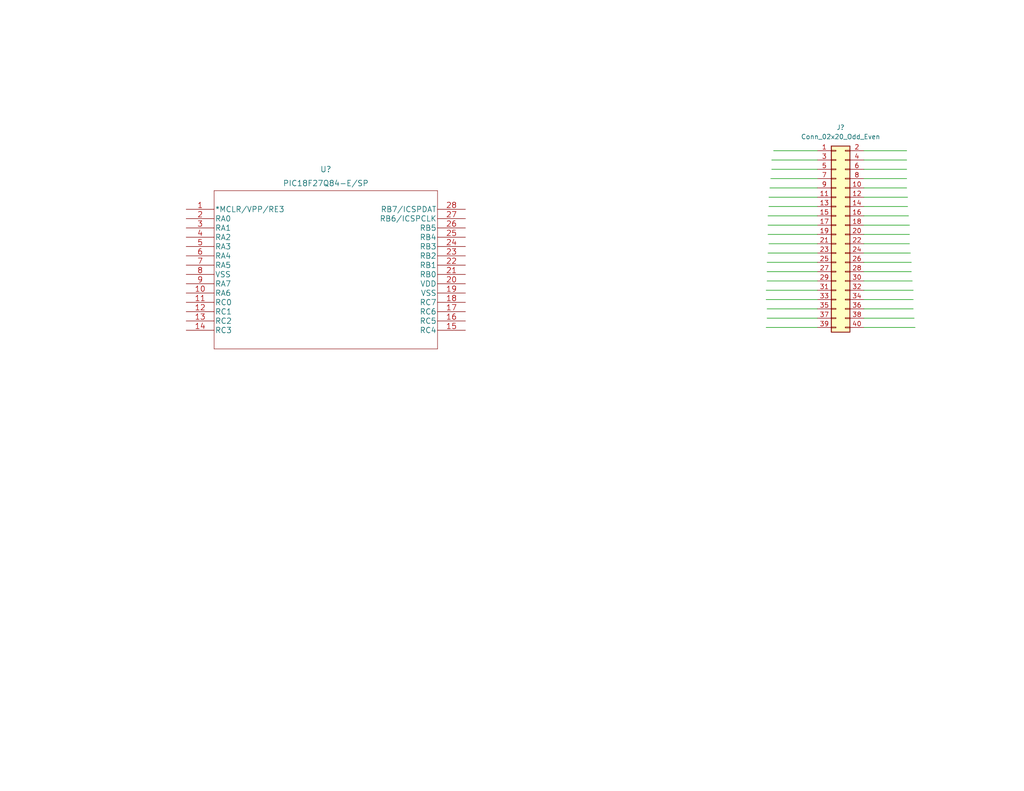
<source format=kicad_sch>
(kicad_sch (version 20211123) (generator eeschema)
  (paper "A")
  (title_block (title "Microcontroller") (date "2022-01-26"))
  (lib_symbols
    (symbol "2022-01-25_01-41-04:PIC18F27Q84-E{slash}SP" (pin_names (offset 0.254))
      (property "Reference" "U" (at 38.1 10.16 0))
      (property "Value" "PIC18F27Q84-E{slash}SP" (at 38.1 7.62 0))
      (symbol "PIC18F27Q84-E{slash}SP_1_1"
        (polyline (pts (xy 7.62 -38.1) (xy 68.58 -38.1)) (stroke (width 0.127)))
        (polyline (pts (xy 7.62 5.08) (xy 7.62 -38.1)) (stroke (width 0.127)))
        (polyline (pts (xy 68.58 -38.1) (xy 68.58 5.08)) (stroke (width 0.127)))
        (polyline (pts (xy 68.58 5.08) (xy 7.62 5.08)) (stroke (width 0.127)))
        (pin bidirectional line (at 0 0 0) (length 7.62) (name "*MCLR/VPP/RE3") (number "1"))
        (pin bidirectional line (at 0 -22.86 0) (length 7.62) (name "RA6") (number "10"))
        (pin bidirectional line (at 0 -25.4 0) (length 7.62) (name "RC0") (number "11"))
        (pin bidirectional line (at 0 -27.94 0) (length 7.62) (name "RC1") (number "12"))
        (pin bidirectional line (at 0 -30.48 0) (length 7.62) (name "RC2") (number "13"))
        (pin bidirectional line (at 0 -33.02 0) (length 7.62) (name "RC3") (number "14"))
        (pin bidirectional line (at 76.2 -33.02 180) (length 7.62) (name "RC4") (number "15"))
        (pin bidirectional line (at 76.2 -30.48 180) (length 7.62) (name "RC5") (number "16"))
        (pin bidirectional line (at 76.2 -27.94 180) (length 7.62) (name "RC6") (number "17"))
        (pin bidirectional line (at 76.2 -25.4 180) (length 7.62) (name "RC7") (number "18"))
        (pin power_in line (at 76.2 -22.86 180) (length 7.62) (name "VSS") (number "19"))
        (pin bidirectional line (at 0 -2.54 0) (length 7.62) (name "RA0") (number "2"))
        (pin power_in line (at 76.2 -20.32 180) (length 7.62) (name "VDD") (number "20"))
        (pin bidirectional line (at 76.2 -17.78 180) (length 7.62) (name "RB0") (number "21"))
        (pin bidirectional line (at 76.2 -15.24 180) (length 7.62) (name "RB1") (number "22"))
        (pin bidirectional line (at 76.2 -12.7 180) (length 7.62) (name "RB2") (number "23"))
        (pin bidirectional line (at 76.2 -10.16 180) (length 7.62) (name "RB3") (number "24"))
        (pin bidirectional line (at 76.2 -7.62 180) (length 7.62) (name "RB4") (number "25"))
        (pin bidirectional line (at 76.2 -5.08 180) (length 7.62) (name "RB5") (number "26"))
        (pin bidirectional line (at 76.2 -2.54 180) (length 7.62) (name "RB6/ICSPCLK") (number "27"))
        (pin bidirectional line (at 76.2 0 180) (length 7.62) (name "RB7/ICSPDAT") (number "28"))
        (pin bidirectional line (at 0 -5.08 0) (length 7.62) (name "RA1") (number "3"))
        (pin bidirectional line (at 0 -7.62 0) (length 7.62) (name "RA2") (number "4"))
        (pin bidirectional line (at 0 -10.16 0) (length 7.62) (name "RA3") (number "5"))
        (pin bidirectional line (at 0 -12.7 0) (length 7.62) (name "RA4") (number "6"))
        (pin bidirectional line (at 0 -15.24 0) (length 7.62) (name "RA5") (number "7"))
        (pin power_in line (at 0 -17.78 0) (length 7.62) (name "VSS") (number "8"))
        (pin bidirectional line (at 0 -20.32 0) (length 7.62) (name "RA7") (number "9"))
      )
    )
    (symbol "Connector_Generic:Conn_02x20_Odd_Even" (pin_names (offset 1.016) hide)
      (property "Reference" "J" (at 1.27 25.4 0))
      (property "Value" "Conn_02x20_Odd_Even" (at 1.27 -27.94 0))
      (symbol "Conn_02x20_Odd_Even_1_1"
        (rectangle (start -1.27 -25.273) (end 0 -25.527) (stroke (width 0.1524)))
        (rectangle (start -1.27 -22.733) (end 0 -22.987) (stroke (width 0.1524)))
        (rectangle (start -1.27 -20.193) (end 0 -20.447) (stroke (width 0.1524)))
        (rectangle (start -1.27 -17.653) (end 0 -17.907) (stroke (width 0.1524)))
        (rectangle (start -1.27 -15.113) (end 0 -15.367) (stroke (width 0.1524)))
        (rectangle (start -1.27 -12.573) (end 0 -12.827) (stroke (width 0.1524)))
        (rectangle (start -1.27 -10.033) (end 0 -10.287) (stroke (width 0.1524)))
        (rectangle (start -1.27 -7.493) (end 0 -7.747) (stroke (width 0.1524)))
        (rectangle (start -1.27 -4.953) (end 0 -5.207) (stroke (width 0.1524)))
        (rectangle (start -1.27 -2.413) (end 0 -2.667) (stroke (width 0.1524)))
        (rectangle (start -1.27 0.127) (end 0 -0.127) (stroke (width 0.1524)))
        (rectangle (start -1.27 2.667) (end 0 2.413) (stroke (width 0.1524)))
        (rectangle (start -1.27 5.207) (end 0 4.953) (stroke (width 0.1524)))
        (rectangle (start -1.27 7.747) (end 0 7.493) (stroke (width 0.1524)))
        (rectangle (start -1.27 10.287) (end 0 10.033) (stroke (width 0.1524)))
        (rectangle (start -1.27 12.827) (end 0 12.573) (stroke (width 0.1524)))
        (rectangle (start -1.27 15.367) (end 0 15.113) (stroke (width 0.1524)))
        (rectangle (start -1.27 17.907) (end 0 17.653) (stroke (width 0.1524)))
        (rectangle (start -1.27 20.447) (end 0 20.193) (stroke (width 0.1524)))
        (rectangle (start -1.27 22.987) (end 0 22.733) (stroke (width 0.1524)))
        (rectangle (start -1.27 24.13) (end 3.81 -26.67) (stroke (width 0.254)) (fill (type background)))
        (rectangle (start 3.81 -25.273) (end 2.54 -25.527) (stroke (width 0.1524)))
        (rectangle (start 3.81 -22.733) (end 2.54 -22.987) (stroke (width 0.1524)))
        (rectangle (start 3.81 -20.193) (end 2.54 -20.447) (stroke (width 0.1524)))
        (rectangle (start 3.81 -17.653) (end 2.54 -17.907) (stroke (width 0.1524)))
        (rectangle (start 3.81 -15.113) (end 2.54 -15.367) (stroke (width 0.1524)))
        (rectangle (start 3.81 -12.573) (end 2.54 -12.827) (stroke (width 0.1524)))
        (rectangle (start 3.81 -10.033) (end 2.54 -10.287) (stroke (width 0.1524)))
        (rectangle (start 3.81 -7.493) (end 2.54 -7.747) (stroke (width 0.1524)))
        (rectangle (start 3.81 -4.953) (end 2.54 -5.207) (stroke (width 0.1524)))
        (rectangle (start 3.81 -2.413) (end 2.54 -2.667) (stroke (width 0.1524)))
        (rectangle (start 3.81 0.127) (end 2.54 -0.127) (stroke (width 0.1524)))
        (rectangle (start 3.81 2.667) (end 2.54 2.413) (stroke (width 0.1524)))
        (rectangle (start 3.81 5.207) (end 2.54 4.953) (stroke (width 0.1524)))
        (rectangle (start 3.81 7.747) (end 2.54 7.493) (stroke (width 0.1524)))
        (rectangle (start 3.81 10.287) (end 2.54 10.033) (stroke (width 0.1524)))
        (rectangle (start 3.81 12.827) (end 2.54 12.573) (stroke (width 0.1524)))
        (rectangle (start 3.81 15.367) (end 2.54 15.113) (stroke (width 0.1524)))
        (rectangle (start 3.81 17.907) (end 2.54 17.653) (stroke (width 0.1524)))
        (rectangle (start 3.81 20.447) (end 2.54 20.193) (stroke (width 0.1524)))
        (rectangle (start 3.81 22.987) (end 2.54 22.733) (stroke (width 0.1524)))
        (pin passive line (at -5.08 22.86 0) (length 3.81) (name "Pin_1") (number "1"))
        (pin passive line (at 7.62 12.7 180) (length 3.81) (name "Pin_10") (number "10"))
        (pin passive line (at -5.08 10.16 0) (length 3.81) (name "Pin_11") (number "11"))
        (pin passive line (at 7.62 10.16 180) (length 3.81) (name "Pin_12") (number "12"))
        (pin passive line (at -5.08 7.62 0) (length 3.81) (name "Pin_13") (number "13"))
        (pin passive line (at 7.62 7.62 180) (length 3.81) (name "Pin_14") (number "14"))
        (pin passive line (at -5.08 5.08 0) (length 3.81) (name "Pin_15") (number "15"))
        (pin passive line (at 7.62 5.08 180) (length 3.81) (name "Pin_16") (number "16"))
        (pin passive line (at -5.08 2.54 0) (length 3.81) (name "Pin_17") (number "17"))
        (pin passive line (at 7.62 2.54 180) (length 3.81) (name "Pin_18") (number "18"))
        (pin passive line (at -5.08 0 0) (length 3.81) (name "Pin_19") (number "19"))
        (pin passive line (at 7.62 22.86 180) (length 3.81) (name "Pin_2") (number "2"))
        (pin passive line (at 7.62 0 180) (length 3.81) (name "Pin_20") (number "20"))
        (pin passive line (at -5.08 -2.54 0) (length 3.81) (name "Pin_21") (number "21"))
        (pin passive line (at 7.62 -2.54 180) (length 3.81) (name "Pin_22") (number "22"))
        (pin passive line (at -5.08 -5.08 0) (length 3.81) (name "Pin_23") (number "23"))
        (pin passive line (at 7.62 -5.08 180) (length 3.81) (name "Pin_24") (number "24"))
        (pin passive line (at -5.08 -7.62 0) (length 3.81) (name "Pin_25") (number "25"))
        (pin passive line (at 7.62 -7.62 180) (length 3.81) (name "Pin_26") (number "26"))
        (pin passive line (at -5.08 -10.16 0) (length 3.81) (name "Pin_27") (number "27"))
        (pin passive line (at 7.62 -10.16 180) (length 3.81) (name "Pin_28") (number "28"))
        (pin passive line (at -5.08 -12.7 0) (length 3.81) (name "Pin_29") (number "29"))
        (pin passive line (at -5.08 20.32 0) (length 3.81) (name "Pin_3") (number "3"))
        (pin passive line (at 7.62 -12.7 180) (length 3.81) (name "Pin_30") (number "30"))
        (pin passive line (at -5.08 -15.24 0) (length 3.81) (name "Pin_31") (number "31"))
        (pin passive line (at 7.62 -15.24 180) (length 3.81) (name "Pin_32") (number "32"))
        (pin passive line (at -5.08 -17.78 0) (length 3.81) (name "Pin_33") (number "33"))
        (pin passive line (at 7.62 -17.78 180) (length 3.81) (name "Pin_34") (number "34"))
        (pin passive line (at -5.08 -20.32 0) (length 3.81) (name "Pin_35") (number "35"))
        (pin passive line (at 7.62 -20.32 180) (length 3.81) (name "Pin_36") (number "36"))
        (pin passive line (at -5.08 -22.86 0) (length 3.81) (name "Pin_37") (number "37"))
        (pin passive line (at 7.62 -22.86 180) (length 3.81) (name "Pin_38") (number "38"))
        (pin passive line (at -5.08 -25.4 0) (length 3.81) (name "Pin_39") (number "39"))
        (pin passive line (at 7.62 20.32 180) (length 3.81) (name "Pin_4") (number "4"))
        (pin passive line (at 7.62 -25.4 180) (length 3.81) (name "Pin_40") (number "40"))
        (pin passive line (at -5.08 17.78 0) (length 3.81) (name "Pin_5") (number "5"))
        (pin passive line (at 7.62 17.78 180) (length 3.81) (name "Pin_6") (number "6"))
        (pin passive line (at -5.08 15.24 0) (length 3.81) (name "Pin_7") (number "7"))
        (pin passive line (at 7.62 15.24 180) (length 3.81) (name "Pin_8") (number "8"))
        (pin passive line (at -5.08 12.7 0) (length 3.81) (name "Pin_9") (number "9"))
      )
    )
  )
  (wire (pts (xy 235.712 43.688) (xy 247.396 43.688)))
  (wire (pts (xy 235.712 81.788) (xy 249.174 81.788)))
  (wire (pts (xy 223.012 43.688) (xy 210.566 43.688)))
  (wire (pts (xy 235.712 64.008) (xy 248.158 64.008)))
  (wire (pts (xy 235.712 61.468) (xy 248.158 61.468)))
  (wire (pts (xy 209.804 66.548) (xy 223.012 66.548)))
  (wire (pts (xy 235.712 69.088) (xy 248.412 69.088)))
  (wire (pts (xy 223.012 41.148) (xy 211.074 41.148)))
  (wire (pts (xy 235.712 66.548) (xy 248.158 66.548)))
  (wire (pts (xy 209.804 56.388) (xy 223.012 56.388)))
  (wire (pts (xy 235.712 58.928) (xy 247.904 58.928)))
  (wire (pts (xy 210.566 46.228) (xy 223.012 46.228)))
  (wire (pts (xy 223.012 76.708) (xy 209.296 76.708)))
  (wire (pts (xy 223.012 89.408) (xy 209.042 89.408)))
  (wire (pts (xy 235.712 79.248) (xy 249.174 79.248)))
  (wire (pts (xy 235.712 41.148) (xy 247.396 41.148)))
  (wire (pts (xy 223.012 69.088) (xy 209.55 69.088)))
  (wire (pts (xy 223.012 74.168) (xy 209.296 74.168)))
  (wire (pts (xy 223.012 53.848) (xy 209.804 53.848)))
  (wire (pts (xy 235.712 53.848) (xy 247.65 53.848)))
  (wire (pts (xy 235.712 86.868) (xy 249.428 86.868)))
  (wire (pts (xy 209.296 71.628) (xy 223.012 71.628)))
  (wire (pts (xy 235.712 71.628) (xy 248.666 71.628)))
  (wire (pts (xy 210.312 48.768) (xy 223.012 48.768)))
  (wire (pts (xy 223.012 61.468) (xy 209.55 61.468)))
  (wire (pts (xy 209.55 58.928) (xy 223.012 58.928)))
  (wire (pts (xy 223.012 51.308) (xy 210.058 51.308)))
  (wire (pts (xy 235.712 84.328) (xy 249.174 84.328)))
  (wire (pts (xy 209.296 86.868) (xy 223.012 86.868)))
  (wire (pts (xy 235.712 46.228) (xy 247.396 46.228)))
  (wire (pts (xy 235.712 51.308) (xy 247.396 51.308)))
  (wire (pts (xy 235.712 76.708) (xy 248.92 76.708)))
  (wire (pts (xy 223.012 79.248) (xy 209.042 79.248)))
  (wire (pts (xy 223.012 84.328) (xy 209.296 84.328)))
  (wire (pts (xy 235.712 74.168) (xy 248.666 74.168)))
  (wire (pts (xy 223.012 64.008) (xy 209.55 64.008)))
  (wire (pts (xy 235.712 56.388) (xy 247.65 56.388)))
  (wire (pts (xy 235.712 89.408) (xy 249.682 89.408)))
  (wire (pts (xy 223.012 81.788) (xy 209.042 81.788)))
  (wire (pts (xy 235.712 48.768) (xy 247.396 48.768)))
  (symbol (lib_id "2022-01-25_01-41-04:PIC18F27Q84-E{slash}SP") (at 50.8 57.15 0) (unit 1)
    (property "Reference" "U?" (at 88.9 46.228 0) (effects (font (size 1.524 1.524))))
    (property "Value" "PIC18F27Q84-E/SP" (at 88.9 50.038 0) (effects (font (size 1.524 1.524))))
    (property "Footprint" "footprints:PIC18F27Q84-E&slash_SP" (effects hide))
  )
  (symbol (lib_id "Connector_Generic:Conn_02x20_Odd_Even") (at 228.092 64.008 0) (unit 1)
    (property "Reference" "J?" (at 229.362 34.798 0))
    (property "Value" "Conn_02x20_Odd_Even" (at 229.362 37.338 0))
    (property "Footprint" "Connector_PinHeader_2.54mm:PinHeader_2x20_P2.54mm_Vertical" (effects hide))
  )
)
</source>
